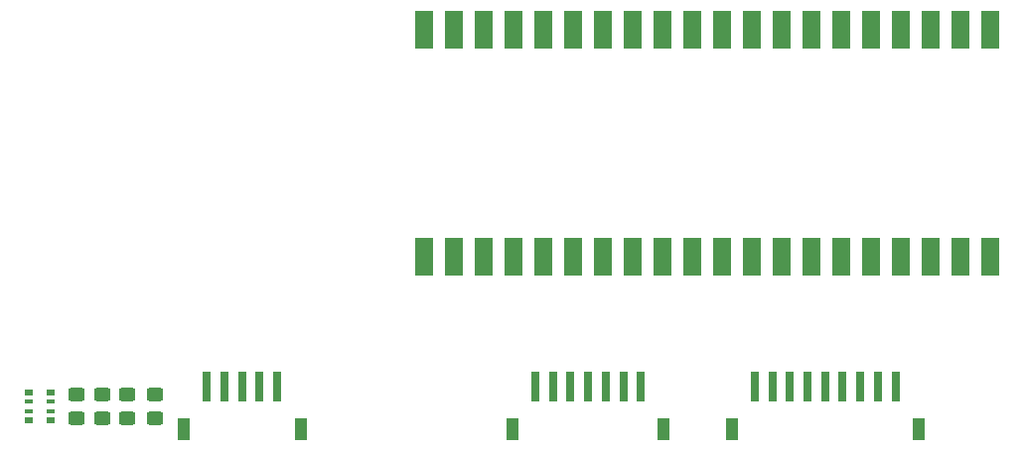
<source format=gtp>
%TF.GenerationSoftware,KiCad,Pcbnew,(6.0.1)*%
%TF.CreationDate,2022-04-16T19:03:55-06:00*%
%TF.ProjectId,PicoFlasher_Breakout_Board_V1.4,5069636f-466c-4617-9368-65725f427265,rev?*%
%TF.SameCoordinates,Original*%
%TF.FileFunction,Paste,Top*%
%TF.FilePolarity,Positive*%
%FSLAX46Y46*%
G04 Gerber Fmt 4.6, Leading zero omitted, Abs format (unit mm)*
G04 Created by KiCad (PCBNEW (6.0.1)) date 2022-04-16 19:03:55*
%MOMM*%
%LPD*%
G01*
G04 APERTURE LIST*
G04 Aperture macros list*
%AMRoundRect*
0 Rectangle with rounded corners*
0 $1 Rounding radius*
0 $2 $3 $4 $5 $6 $7 $8 $9 X,Y pos of 4 corners*
0 Add a 4 corners polygon primitive as box body*
4,1,4,$2,$3,$4,$5,$6,$7,$8,$9,$2,$3,0*
0 Add four circle primitives for the rounded corners*
1,1,$1+$1,$2,$3*
1,1,$1+$1,$4,$5*
1,1,$1+$1,$6,$7*
1,1,$1+$1,$8,$9*
0 Add four rect primitives between the rounded corners*
20,1,$1+$1,$2,$3,$4,$5,0*
20,1,$1+$1,$4,$5,$6,$7,0*
20,1,$1+$1,$6,$7,$8,$9,0*
20,1,$1+$1,$8,$9,$2,$3,0*%
G04 Aperture macros list end*
%ADD10RoundRect,0.250000X-0.450000X0.325000X-0.450000X-0.325000X0.450000X-0.325000X0.450000X0.325000X0*%
%ADD11R,0.700000X2.500000*%
%ADD12R,1.100000X1.900000*%
%ADD13R,1.600000X3.200000*%
%ADD14R,0.800000X0.500000*%
%ADD15R,0.800000X0.400000*%
G04 APERTURE END LIST*
D10*
%TO.C,D3*%
X98750000Y-97700000D03*
X98750000Y-99750000D03*
%TD*%
%TO.C,D2*%
X96550000Y-97700000D03*
X96550000Y-99750000D03*
%TD*%
D11*
%TO.C,J1*%
X152200000Y-97100000D03*
X153700000Y-97100000D03*
X155200000Y-97100000D03*
X156700000Y-97100000D03*
X158200000Y-97100000D03*
X159700000Y-97100000D03*
X161200000Y-97100000D03*
X162700000Y-97100000D03*
X164200000Y-97100000D03*
D12*
X150250000Y-100700000D03*
X166150000Y-100700000D03*
%TD*%
D13*
%TO.C,U1e*%
X172280000Y-66560000D03*
X169740000Y-66560000D03*
X167200000Y-66560000D03*
X164660000Y-66560000D03*
X162120000Y-66560000D03*
X159580000Y-66560000D03*
X157040000Y-66560000D03*
X154500000Y-66560000D03*
X151960000Y-66560000D03*
X149420000Y-66560000D03*
X146880000Y-66560000D03*
X144340000Y-66560000D03*
X141800000Y-66560000D03*
X139260000Y-66560000D03*
X136720000Y-66560000D03*
X134180000Y-66560000D03*
X131640000Y-66560000D03*
X129100000Y-66560000D03*
X126560000Y-66560000D03*
X124020000Y-66560000D03*
X124020000Y-85940000D03*
X126560000Y-85940000D03*
X129100000Y-85940000D03*
X131640000Y-85940000D03*
X134180000Y-85940000D03*
X136720000Y-85940000D03*
X139260000Y-85940000D03*
X141800000Y-85940000D03*
X144340000Y-85940000D03*
X146880000Y-85940000D03*
X149420000Y-85940000D03*
X151960000Y-85940000D03*
X154500000Y-85940000D03*
X157040000Y-85940000D03*
X159580000Y-85940000D03*
X162120000Y-85940000D03*
X164660000Y-85940000D03*
X167200000Y-85940000D03*
X169740000Y-85940000D03*
X172280000Y-85940000D03*
%TD*%
D14*
%TO.C,RN1*%
X92150000Y-99950000D03*
D15*
X92150000Y-99150000D03*
X92150000Y-98350000D03*
D14*
X92150000Y-97550000D03*
X90350000Y-97550000D03*
D15*
X90350000Y-98350000D03*
X90350000Y-99150000D03*
D14*
X90350000Y-99950000D03*
%TD*%
D10*
%TO.C,D4*%
X101050000Y-97700000D03*
X101050000Y-99750000D03*
%TD*%
D11*
%TO.C,J2*%
X133500000Y-97100000D03*
X135000000Y-97100000D03*
X136500000Y-97100000D03*
X138000000Y-97100000D03*
X139500000Y-97100000D03*
X141000000Y-97100000D03*
X142500000Y-97100000D03*
D12*
X144450000Y-100700000D03*
X131550000Y-100700000D03*
%TD*%
D10*
%TO.C,D1*%
X94375000Y-97700000D03*
X94375000Y-99750000D03*
%TD*%
D11*
%TO.C,J3*%
X105500000Y-97100000D03*
X107000000Y-97100000D03*
X108500000Y-97100000D03*
X110000000Y-97100000D03*
X111500000Y-97100000D03*
D12*
X113500000Y-100700000D03*
X103500000Y-100700000D03*
%TD*%
M02*

</source>
